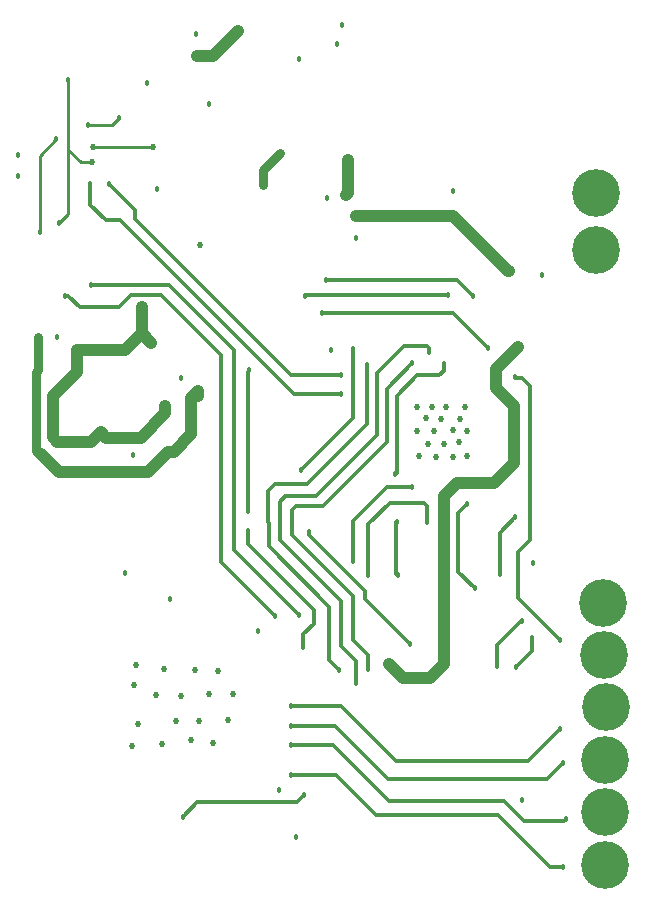
<source format=gbr>
G04 EAGLE Gerber RS-274X export*
G75*
%MOMM*%
%FSLAX34Y34*%
%LPD*%
%INBottom Copper*%
%IPPOS*%
%AMOC8*
5,1,8,0,0,1.08239X$1,22.5*%
G01*
%ADD10C,4.032000*%
%ADD11C,0.457200*%
%ADD12C,0.525000*%
%ADD13C,1.016000*%
%ADD14C,0.762000*%
%ADD15C,0.254000*%
%ADD16C,0.349250*%


D10*
X521208Y252984D03*
X521970Y208788D03*
X523748Y165100D03*
X523240Y120142D03*
X523494Y75946D03*
X522986Y31750D03*
X515366Y552196D03*
X515366Y600202D03*
D11*
X58928Y478790D03*
X247142Y94964D03*
X116840Y278384D03*
X154432Y256540D03*
X177038Y735212D03*
X264414Y713994D03*
X300736Y742950D03*
X187706Y675386D03*
X394208Y602234D03*
X287528Y596256D03*
X311912Y561848D03*
X144018Y604012D03*
X229108Y229616D03*
X462026Y287020D03*
X453136Y86614D03*
X296418Y726440D03*
X290830Y467360D03*
X26162Y632714D03*
X26162Y614934D03*
X135636Y693166D03*
X261315Y54661D03*
X469392Y530962D03*
X123139Y378562D03*
X164389Y443789D03*
D12*
X180400Y556300D03*
X364000Y419100D03*
X376700Y419200D03*
X388900Y419000D03*
X404700Y418900D03*
X400600Y409300D03*
X384200Y409100D03*
X371300Y409600D03*
X363900Y398900D03*
X378600Y399200D03*
X394000Y399400D03*
X406000Y399200D03*
X399500Y389300D03*
X386600Y388100D03*
X372900Y387900D03*
X365500Y377600D03*
X380100Y377100D03*
X394500Y376800D03*
X405900Y377400D03*
X126300Y200600D03*
X149400Y197200D03*
X176000Y196600D03*
X195300Y195500D03*
X208400Y176100D03*
X188000Y176200D03*
X163700Y174600D03*
X142800Y174900D03*
X127300Y150600D03*
X159900Y153300D03*
X179500Y153500D03*
X203500Y154400D03*
X191000Y134600D03*
X172500Y137200D03*
X148000Y134000D03*
X122900Y131700D03*
X124000Y183500D03*
D13*
X440592Y534514D02*
X442190Y534514D01*
X441682Y534006D01*
D11*
X441682Y534006D03*
X449072Y469900D03*
X42672Y478536D03*
D14*
X42672Y450342D01*
X41070Y448740D02*
X41070Y381932D01*
X41070Y448740D02*
X42672Y450342D01*
X41070Y381932D02*
X44034Y378968D01*
X45974Y378968D01*
D11*
X45974Y378968D03*
D13*
X61214Y363728D01*
X135955Y363728D01*
X153227Y381000D02*
X156718Y381000D01*
D11*
X156718Y381000D03*
D13*
X153227Y381000D02*
X135955Y363728D01*
X158131Y381143D02*
X172974Y395986D01*
X156861Y381143D02*
X156718Y381000D01*
X156861Y381143D02*
X158131Y381143D01*
X172974Y426974D02*
X178816Y432816D01*
X178816Y428498D01*
X172974Y426974D02*
X172974Y395986D01*
D11*
X178816Y428498D03*
X311912Y580644D03*
D13*
X394462Y580644D01*
X440592Y534514D01*
D11*
X340360Y201676D03*
D13*
X352298Y189738D01*
X374650Y189738D01*
X386588Y201676D01*
X430657Y451485D02*
X449072Y469900D01*
X430657Y451485D02*
X430657Y434975D01*
X446024Y419608D01*
X429514Y354838D02*
X398018Y354838D01*
X429514Y354838D02*
X446024Y371348D01*
X386588Y343408D02*
X386588Y201676D01*
X386588Y343408D02*
X398018Y354838D01*
X446024Y371348D02*
X446024Y419608D01*
D11*
X177546Y716534D03*
D13*
X191364Y716534D01*
X212598Y737768D01*
D11*
X212598Y737768D03*
X68834Y696334D03*
D15*
X68834Y582590D02*
X61192Y574948D01*
D11*
X61192Y574948D03*
D15*
X68834Y636900D02*
X68834Y696334D01*
X68834Y636900D02*
X68834Y582590D01*
D12*
X88900Y626500D03*
D15*
X79234Y626500D01*
X68834Y636900D01*
D11*
X58674Y645922D03*
X44704Y566928D03*
D15*
X44704Y631952D01*
X58674Y645922D01*
D12*
X89300Y639300D03*
D15*
X140100Y639300D01*
D12*
X140100Y639300D03*
D11*
X130810Y503428D03*
D13*
X130810Y481838D01*
X138938Y473710D01*
D11*
X138938Y473710D03*
D13*
X130810Y481838D02*
X116586Y467614D01*
X76200Y467614D01*
D11*
X76200Y467614D03*
D13*
X76200Y449072D02*
X55880Y428752D01*
D11*
X55880Y428752D03*
D13*
X55880Y393446D01*
X59436Y389890D01*
D11*
X59436Y389890D03*
D13*
X88138Y389890D01*
X96012Y397764D01*
D11*
X96012Y397764D03*
D13*
X100584Y393192D01*
X130048Y393192D01*
X150622Y413766D01*
X150622Y419862D01*
D11*
X150622Y419862D03*
D13*
X76200Y449072D02*
X76200Y467614D01*
D11*
X447040Y444500D03*
D16*
X448056Y443484D01*
X459232Y306578D02*
X449326Y296672D01*
X459232Y306578D02*
X459486Y306578D01*
X459486Y437134D01*
X453136Y443484D01*
X448056Y443484D01*
D11*
X485394Y221488D03*
D16*
X449326Y257556D01*
X449326Y296672D01*
X257530Y446278D02*
X125221Y578587D01*
X257530Y446278D02*
X299498Y446278D01*
D11*
X299498Y446278D03*
D16*
X103170Y608130D02*
X102921Y607881D01*
D11*
X103170Y608130D03*
D16*
X125221Y585581D02*
X125221Y578587D01*
X125221Y585581D02*
X102921Y607881D01*
D11*
X299498Y430022D03*
D16*
X112268Y577342D02*
X100275Y577342D01*
X259588Y430022D02*
X299498Y430022D01*
X259588Y430022D02*
X112268Y577342D01*
X87114Y590503D02*
X87114Y608152D01*
D11*
X87114Y608152D03*
D16*
X87114Y590503D02*
X100275Y577342D01*
D11*
X88039Y522323D03*
D16*
X154079Y522323D01*
X209042Y467360D01*
X209042Y297942D02*
X263652Y243332D01*
D11*
X263652Y243332D03*
D16*
X209042Y297942D02*
X209042Y467360D01*
D11*
X461518Y223774D03*
D16*
X461518Y212598D01*
X447548Y198628D01*
D11*
X447548Y198628D03*
X65532Y513080D03*
D16*
X68834Y513080D01*
X78486Y503428D01*
X111252Y503428D01*
X121920Y514096D01*
X147574Y514096D01*
X198120Y463550D01*
X198120Y288290D02*
X243840Y242570D01*
D11*
X243840Y242570D03*
D16*
X198120Y288290D02*
X198120Y463550D01*
D11*
X311912Y185166D03*
D16*
X352806Y470916D02*
X372110Y470916D01*
X352806Y470916D02*
X330200Y448310D01*
X299212Y255016D02*
X299212Y216408D01*
X311912Y203708D02*
X311912Y185166D01*
X311912Y203708D02*
X299212Y216408D01*
X373696Y469330D02*
X372110Y470916D01*
X373696Y469330D02*
X373696Y465774D01*
D11*
X373696Y465774D03*
D16*
X330200Y448310D02*
X330200Y395986D01*
X330454Y395732D01*
X278384Y343662D02*
X252476Y343662D01*
X247650Y338836D01*
X247650Y306578D02*
X299212Y255016D01*
X278384Y343662D02*
X330454Y395732D01*
X247650Y338836D02*
X247650Y306578D01*
D11*
X322710Y197358D03*
X359918Y456438D03*
D16*
X338201Y389255D02*
X284480Y335534D01*
X309626Y259334D02*
X309626Y222126D01*
X322710Y209042D02*
X322710Y197358D01*
X322710Y209042D02*
X309626Y222126D01*
X309626Y259334D02*
X258064Y310896D01*
X258064Y331724D01*
X261874Y335534D01*
X284480Y335534D01*
X338201Y434721D02*
X359918Y456438D01*
X338201Y434721D02*
X338201Y389255D01*
D11*
X298196Y196342D03*
D16*
X321340Y404398D02*
X321340Y454692D01*
X321594Y454946D01*
D11*
X321594Y454946D03*
D16*
X289560Y249936D02*
X289560Y204978D01*
X298196Y196342D01*
X270764Y353822D02*
X321340Y404398D01*
X243586Y353822D02*
X237998Y348234D01*
X237998Y321564D01*
X238252Y321310D01*
X243586Y353822D02*
X270764Y353822D01*
X238252Y301244D02*
X289560Y249936D01*
X238252Y301244D02*
X238252Y321310D01*
D11*
X220472Y331470D03*
D16*
X220472Y448564D02*
X221996Y450088D01*
X220472Y448564D02*
X220472Y331470D01*
D11*
X221996Y450088D03*
X389890Y513842D03*
D16*
X270002Y513842D01*
X269240Y513080D01*
D11*
X269240Y513080D03*
X309880Y289052D03*
D16*
X309880Y322580D01*
X338582Y351282D02*
X359664Y351282D01*
D11*
X359664Y351282D03*
D16*
X338582Y351282D02*
X309880Y322580D01*
D11*
X322834Y276860D03*
D16*
X322834Y319786D01*
X340868Y337820D01*
X369824Y337820D01*
X372322Y335322D02*
X372322Y321978D01*
D11*
X372322Y321978D03*
D16*
X372322Y335322D02*
X369824Y337820D01*
D11*
X347472Y276860D03*
D16*
X346456Y277876D02*
X346456Y321512D01*
X346456Y277876D02*
X347472Y276860D01*
X346456Y321512D02*
X346922Y321978D01*
D11*
X346922Y321978D03*
X265938Y365506D03*
D16*
X310134Y409702D01*
X310134Y467868D01*
D11*
X310134Y467868D03*
X165862Y72390D03*
D16*
X177800Y84328D01*
X262128Y84328D01*
X268224Y90424D01*
D11*
X345440Y362204D03*
D16*
X345948Y362204D01*
X346964Y363220D01*
X346964Y428498D01*
X364268Y445802D02*
X382866Y445802D01*
X364268Y445802D02*
X346964Y428498D01*
D11*
X221234Y313944D03*
D16*
X221234Y302768D01*
X382866Y445802D02*
X386842Y449778D01*
X386842Y455930D01*
D11*
X386842Y455930D03*
D16*
X221234Y302768D02*
X276606Y247396D01*
X276606Y235712D01*
D11*
X268224Y90424D03*
X267716Y215646D03*
D16*
X267716Y226822D01*
X276606Y235712D01*
D11*
X358394Y218186D03*
D16*
X319786Y256794D01*
X272542Y310388D02*
X272542Y313182D01*
D11*
X272542Y313182D03*
D16*
X319786Y263144D02*
X319786Y256794D01*
X319786Y263144D02*
X272542Y310388D01*
D11*
X305308Y627888D03*
X247618Y633984D03*
D13*
X303784Y598932D02*
X305308Y600456D01*
D11*
X303784Y598932D03*
D13*
X305308Y600456D02*
X305308Y627888D01*
D11*
X233172Y606806D03*
D14*
X233172Y619538D02*
X247618Y633984D01*
X233172Y619538D02*
X233172Y606806D01*
D11*
X406400Y337058D03*
D16*
X399034Y329692D01*
X399034Y279654D01*
X413004Y265684D01*
D11*
X413004Y265684D03*
X446786Y325628D03*
D16*
X433832Y312674D01*
X433832Y278384D02*
X434086Y278130D01*
D11*
X434086Y278130D03*
D16*
X433832Y278384D02*
X433832Y312674D01*
D11*
X283718Y499110D03*
D16*
X394208Y499110D01*
X424180Y469138D01*
D11*
X424180Y469138D03*
X411734Y512826D03*
X286766Y527050D03*
D16*
X397510Y527050D02*
X411734Y512826D01*
X397510Y527050D02*
X286766Y527050D01*
D11*
X453071Y238063D03*
D16*
X451677Y238063D01*
X431292Y217678D02*
X431292Y199898D01*
D11*
X431292Y199898D03*
D16*
X431292Y217678D02*
X451677Y238063D01*
D11*
X257588Y165608D03*
D16*
X299720Y165608D01*
X346202Y119126D01*
X457962Y119126D01*
X485394Y146558D01*
D11*
X485394Y146558D03*
X257588Y149352D03*
D16*
X294132Y149352D01*
X339344Y104140D01*
X473710Y104140D01*
X487680Y118110D01*
D11*
X487680Y118110D03*
X257588Y133096D03*
X489966Y70104D03*
D16*
X454914Y68580D02*
X437896Y85598D01*
X454914Y68580D02*
X488442Y68580D01*
X489966Y70104D01*
X292862Y133096D02*
X257588Y133096D01*
X292862Y133096D02*
X340360Y85598D01*
X437896Y85598D01*
D11*
X257588Y107696D03*
D16*
X295148Y107696D01*
X329184Y73660D01*
X476758Y29718D02*
X487934Y29718D01*
D11*
X487934Y29718D03*
D16*
X432816Y73660D02*
X329184Y73660D01*
X432816Y73660D02*
X476758Y29718D01*
D11*
X85009Y658287D03*
D15*
X105837Y658287D01*
X111760Y664210D01*
D11*
X111760Y664210D03*
M02*

</source>
